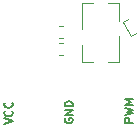
<source format=gbr>
G04 #@! TF.GenerationSoftware,KiCad,Pcbnew,5.0.1-33cea8e~68~ubuntu18.04.1*
G04 #@! TF.CreationDate,2018-11-19T14:12:30+01:00*
G04 #@! TF.ProjectId,Lulu_star_213,4C756C755F737461725F3231332E6B69,2.1.2*
G04 #@! TF.SameCoordinates,Original*
G04 #@! TF.FileFunction,Legend,Top*
G04 #@! TF.FilePolarity,Positive*
%FSLAX46Y46*%
G04 Gerber Fmt 4.6, Leading zero omitted, Abs format (unit mm)*
G04 Created by KiCad (PCBNEW 5.0.1-33cea8e~68~ubuntu18.04.1) date Mon 19 Nov 2018 02:12:30 PM CET*
%MOMM*%
%LPD*%
G01*
G04 APERTURE LIST*
%ADD10C,0.160000*%
%ADD11C,0.120000*%
G04 APERTURE END LIST*
D10*
X73682046Y-44847913D02*
X72982046Y-44847913D01*
X72982046Y-44581246D01*
X73015380Y-44514580D01*
X73048713Y-44481246D01*
X73115380Y-44447913D01*
X73215380Y-44447913D01*
X73282046Y-44481246D01*
X73315380Y-44514580D01*
X73348713Y-44581246D01*
X73348713Y-44847913D01*
X72982046Y-44214580D02*
X73682046Y-44047913D01*
X73182046Y-43914580D01*
X73682046Y-43781246D01*
X72982046Y-43614580D01*
X73682046Y-43347913D02*
X72982046Y-43347913D01*
X73482046Y-43114580D01*
X72982046Y-42881246D01*
X73682046Y-42881246D01*
X62792046Y-44957913D02*
X63492046Y-44724580D01*
X62792046Y-44491246D01*
X63425380Y-43857913D02*
X63458713Y-43891246D01*
X63492046Y-43991246D01*
X63492046Y-44057913D01*
X63458713Y-44157913D01*
X63392046Y-44224580D01*
X63325380Y-44257913D01*
X63192046Y-44291246D01*
X63092046Y-44291246D01*
X62958713Y-44257913D01*
X62892046Y-44224580D01*
X62825380Y-44157913D01*
X62792046Y-44057913D01*
X62792046Y-43991246D01*
X62825380Y-43891246D01*
X62858713Y-43857913D01*
X63425380Y-43157913D02*
X63458713Y-43191246D01*
X63492046Y-43291246D01*
X63492046Y-43357913D01*
X63458713Y-43457913D01*
X63392046Y-43524580D01*
X63325380Y-43557913D01*
X63192046Y-43591246D01*
X63092046Y-43591246D01*
X62958713Y-43557913D01*
X62892046Y-43524580D01*
X62825380Y-43457913D01*
X62792046Y-43357913D01*
X62792046Y-43291246D01*
X62825380Y-43191246D01*
X62858713Y-43157913D01*
X67930380Y-44491247D02*
X67897046Y-44557914D01*
X67897046Y-44657914D01*
X67930380Y-44757914D01*
X67997046Y-44824580D01*
X68063713Y-44857914D01*
X68197046Y-44891247D01*
X68297046Y-44891247D01*
X68430380Y-44857914D01*
X68497046Y-44824580D01*
X68563713Y-44757914D01*
X68597046Y-44657914D01*
X68597046Y-44591247D01*
X68563713Y-44491247D01*
X68530380Y-44457914D01*
X68297046Y-44457914D01*
X68297046Y-44591247D01*
X68597046Y-44157914D02*
X67897046Y-44157914D01*
X68597046Y-43757914D01*
X67897046Y-43757914D01*
X68597046Y-43424580D02*
X67897046Y-43424580D01*
X67897046Y-43257914D01*
X67930380Y-43157914D01*
X67997046Y-43091247D01*
X68063713Y-43057914D01*
X68197046Y-43024580D01*
X68297046Y-43024580D01*
X68430380Y-43057914D01*
X68497046Y-43091247D01*
X68563713Y-43157914D01*
X68597046Y-43257914D01*
X68597046Y-43424580D01*
D11*
G04 #@! TO.C,LED1*
X72829436Y-36328012D02*
X73269377Y-36074012D01*
X73489836Y-37471858D02*
X72829436Y-36328012D01*
X73929777Y-37217858D02*
X73489836Y-37471858D01*
G04 #@! TO.C,R3*
X67740347Y-39138320D02*
X67397813Y-39138320D01*
X67740347Y-38118320D02*
X67397813Y-38118320D01*
G04 #@! TO.C,T1*
X69372360Y-39688040D02*
X70302360Y-39688040D01*
X72532360Y-39688040D02*
X71602360Y-39688040D01*
X72532360Y-39688040D02*
X72532360Y-37528040D01*
X69372360Y-39688040D02*
X69372360Y-38228040D01*
G04 #@! TO.C,Q1*
X72532360Y-34748519D02*
X72532360Y-36208519D01*
X69372360Y-34748519D02*
X69372360Y-36908519D01*
X69372360Y-34748519D02*
X70302360Y-34748519D01*
X72532360Y-34748519D02*
X71602360Y-34748519D01*
G04 #@! TO.C,R1*
X67740347Y-37675280D02*
X67397813Y-37675280D01*
X67740347Y-36655280D02*
X67397813Y-36655280D01*
G04 #@! TD*
M02*

</source>
